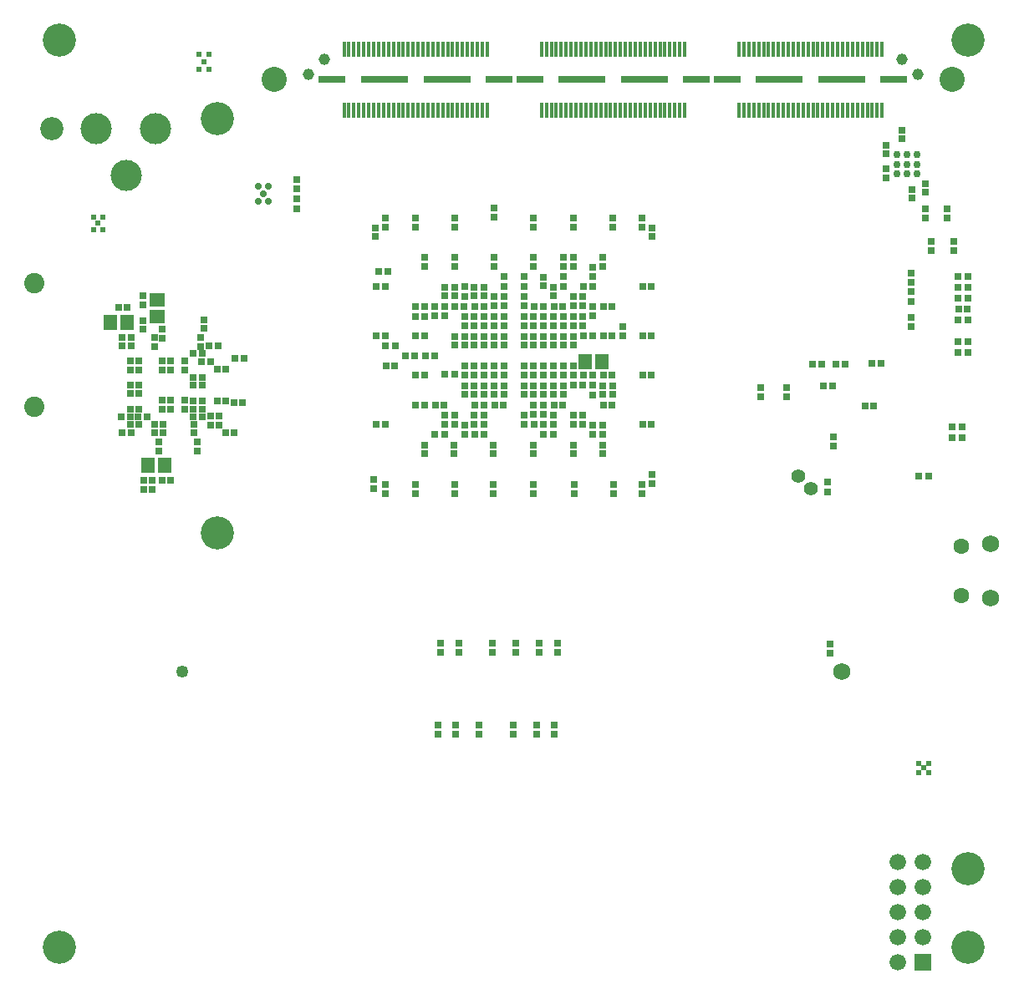
<source format=gbs>
G04 (created by PCBNEW-RS274X (2012-apr-16-27)-stable) date Mon 13 Jan 2014 12:08:28 PM PST*
G01*
G70*
G90*
%MOIN*%
G04 Gerber Fmt 3.4, Leading zero omitted, Abs format*
%FSLAX34Y34*%
G04 APERTURE LIST*
%ADD10C,0.006500*%
%ADD11C,0.132000*%
%ADD12C,0.023700*%
%ADD13C,0.029600*%
%ADD14R,0.030400X0.028400*%
%ADD15R,0.030400X0.030400*%
%ADD16R,0.053200X0.063100*%
%ADD17R,0.063100X0.053200*%
%ADD18R,0.028400X0.030400*%
%ADD19C,0.029000*%
%ADD20C,0.080800*%
%ADD21R,0.017800X0.063100*%
%ADD22R,0.106000X0.031200*%
%ADD23R,0.191000X0.031200*%
%ADD24C,0.046200*%
%ADD25C,0.045400*%
%ADD26C,0.100000*%
%ADD27C,0.069000*%
%ADD28C,0.063100*%
%ADD29C,0.049300*%
%ADD30R,0.066000X0.066000*%
%ADD31C,0.066000*%
%ADD32C,0.124100*%
%ADD33C,0.092600*%
%ADD34C,0.056000*%
G04 APERTURE END LIST*
G54D10*
G54D11*
X39370Y-22047D03*
X33071Y-18898D03*
X69291Y-18898D03*
X39370Y-38583D03*
X33071Y-55118D03*
X69291Y-51968D03*
X69291Y-55118D03*
G54D12*
X67321Y-48150D03*
X67321Y-47756D03*
X67518Y-47953D03*
X67715Y-48150D03*
X67715Y-47756D03*
G54D13*
X67245Y-24252D03*
X66851Y-24252D03*
X66457Y-24252D03*
X67245Y-23858D03*
X66851Y-23858D03*
X66457Y-23858D03*
X67245Y-23464D03*
X66851Y-23464D03*
X66457Y-23464D03*
G54D14*
X36772Y-36464D03*
X36772Y-36842D03*
X36417Y-36842D03*
X36417Y-36464D03*
G54D15*
X35571Y-31102D03*
X35925Y-31102D03*
G54D16*
X54035Y-31732D03*
X54705Y-31732D03*
X35768Y-30157D03*
X35098Y-30157D03*
X37264Y-35866D03*
X36594Y-35866D03*
G54D17*
X36968Y-29271D03*
X36968Y-29941D03*
G54D15*
X62047Y-32776D03*
X62047Y-33130D03*
X61023Y-32776D03*
X61023Y-33130D03*
X69271Y-29646D03*
X68917Y-29646D03*
G54D14*
X42520Y-24835D03*
X42520Y-24457D03*
X42520Y-25244D03*
X42520Y-25622D03*
G54D18*
X65441Y-31811D03*
X65819Y-31811D03*
X68905Y-30945D03*
X69283Y-30945D03*
X68905Y-29213D03*
X69283Y-29213D03*
X68905Y-28779D03*
X69283Y-28779D03*
X68905Y-31378D03*
X69283Y-31378D03*
X68905Y-28346D03*
X69283Y-28346D03*
X69283Y-30079D03*
X68905Y-30079D03*
X68669Y-34764D03*
X69047Y-34764D03*
X67709Y-36299D03*
X67331Y-36299D03*
X68669Y-34331D03*
X69047Y-34331D03*
G54D12*
X34783Y-26456D03*
X34429Y-26456D03*
X34606Y-26220D03*
X34783Y-25984D03*
X34429Y-25984D03*
X38619Y-19468D03*
X39013Y-19468D03*
X38816Y-19763D03*
X38619Y-20058D03*
X39013Y-20058D03*
G54D19*
X41181Y-25039D03*
X41378Y-24744D03*
X40984Y-24744D03*
X40984Y-25334D03*
X41378Y-25334D03*
G54D15*
X54331Y-29901D03*
X54331Y-29547D03*
X50000Y-29114D03*
X50000Y-28760D03*
X52362Y-28720D03*
X52362Y-28366D03*
X63779Y-43012D03*
X63779Y-43366D03*
G54D18*
X53945Y-32283D03*
X54323Y-32283D03*
G54D14*
X54331Y-32685D03*
X54331Y-33063D03*
G54D15*
X52913Y-42973D03*
X52913Y-43327D03*
X52795Y-46240D03*
X52795Y-46594D03*
X52087Y-46240D03*
X52087Y-46594D03*
X51260Y-42973D03*
X51260Y-43327D03*
X51142Y-46240D03*
X51142Y-46594D03*
X50315Y-42973D03*
X50315Y-43327D03*
X49803Y-46240D03*
X49803Y-46594D03*
X48976Y-42973D03*
X48976Y-43327D03*
X48858Y-46240D03*
X48858Y-46594D03*
X48268Y-42973D03*
X48268Y-43327D03*
X48150Y-46240D03*
X48150Y-46594D03*
X52205Y-42973D03*
X52205Y-43327D03*
X47264Y-30709D03*
X47618Y-30709D03*
X45689Y-30709D03*
X46043Y-30709D03*
X48425Y-29547D03*
X48425Y-29901D03*
X47264Y-29527D03*
X47618Y-29527D03*
X45689Y-28740D03*
X46043Y-28740D03*
X45669Y-26398D03*
X45669Y-26752D03*
G54D18*
X48417Y-34646D03*
X48039Y-34646D03*
X45795Y-28150D03*
X46173Y-28150D03*
X47236Y-31496D03*
X46858Y-31496D03*
X47252Y-29921D03*
X47630Y-29921D03*
G54D14*
X48031Y-29535D03*
X48031Y-29913D03*
G54D18*
X46449Y-31102D03*
X46071Y-31102D03*
X48024Y-31496D03*
X47646Y-31496D03*
X48433Y-32244D03*
X48811Y-32244D03*
G54D14*
X63701Y-36543D03*
X63701Y-36921D03*
G54D15*
X45689Y-34252D03*
X46043Y-34252D03*
X47264Y-33465D03*
X47618Y-33465D03*
X48051Y-33465D03*
X48405Y-33465D03*
X47264Y-32283D03*
X47618Y-32283D03*
X46083Y-31890D03*
X46437Y-31890D03*
X45590Y-36437D03*
X45590Y-36791D03*
X49626Y-34646D03*
X49980Y-34646D03*
X50000Y-34232D03*
X50000Y-33878D03*
X52362Y-33838D03*
X52362Y-33484D03*
X55118Y-33051D03*
X55118Y-32697D03*
X54724Y-32697D03*
X54724Y-33051D03*
X51575Y-33878D03*
X51575Y-34232D03*
X52362Y-32264D03*
X52362Y-31910D03*
X53150Y-32264D03*
X53150Y-31910D03*
X49212Y-32697D03*
X49212Y-33051D03*
X50000Y-32697D03*
X50000Y-33051D03*
X50787Y-32697D03*
X50787Y-33051D03*
X51968Y-32697D03*
X51968Y-33051D03*
X52756Y-32697D03*
X52756Y-33051D03*
X49606Y-33051D03*
X49606Y-32697D03*
X52362Y-33051D03*
X52362Y-32697D03*
X53150Y-33051D03*
X53150Y-32697D03*
X50394Y-33051D03*
X50394Y-32697D03*
X49980Y-33465D03*
X49626Y-33465D03*
X50767Y-33465D03*
X50413Y-33465D03*
X52776Y-33465D03*
X53130Y-33465D03*
X48425Y-33878D03*
X48425Y-34232D03*
X53937Y-29154D03*
X53937Y-29508D03*
X48425Y-29114D03*
X48425Y-28760D03*
X53937Y-33878D03*
X53937Y-34232D03*
X48819Y-33878D03*
X48819Y-34232D03*
X53543Y-29154D03*
X53543Y-29508D03*
X48819Y-29114D03*
X48819Y-28760D03*
X53543Y-33878D03*
X53543Y-34232D03*
X51575Y-33051D03*
X51575Y-32697D03*
G54D20*
X32067Y-33544D03*
X32067Y-28603D03*
G54D15*
X55098Y-29527D03*
X54744Y-29527D03*
X56673Y-28740D03*
X56319Y-28740D03*
X56693Y-26398D03*
X56693Y-26752D03*
X53917Y-29921D03*
X53563Y-29921D03*
X55098Y-30709D03*
X54744Y-30709D03*
X56673Y-30709D03*
X56319Y-30709D03*
X51575Y-32264D03*
X51575Y-31910D03*
X50394Y-32264D03*
X50394Y-31910D03*
X49606Y-32264D03*
X49606Y-31910D03*
X53543Y-31910D03*
X53543Y-32264D03*
X52756Y-31910D03*
X52756Y-32264D03*
X51968Y-31910D03*
X51968Y-32264D03*
X50787Y-31910D03*
X50787Y-32264D03*
X50000Y-31910D03*
X50000Y-32264D03*
X66653Y-22854D03*
X66653Y-22500D03*
X67047Y-24862D03*
X67047Y-25216D03*
X66024Y-24036D03*
X66024Y-24390D03*
X66024Y-23445D03*
X66024Y-23091D03*
X67598Y-24626D03*
X67598Y-24980D03*
G54D14*
X67598Y-25638D03*
X67598Y-26016D03*
X68464Y-25638D03*
X68464Y-26016D03*
G54D21*
X65866Y-19255D03*
X65866Y-21689D03*
X65669Y-19255D03*
X65669Y-21689D03*
X65473Y-19255D03*
X65473Y-21689D03*
X65276Y-19255D03*
X65276Y-21689D03*
X65079Y-19255D03*
X65079Y-21689D03*
X64882Y-19255D03*
X64882Y-21689D03*
X64685Y-19255D03*
X64685Y-21689D03*
X64488Y-19255D03*
X64488Y-21689D03*
X64292Y-19255D03*
X64292Y-21689D03*
X64095Y-19255D03*
X64095Y-21689D03*
X63898Y-19255D03*
X63898Y-21689D03*
X63701Y-19255D03*
X63701Y-21689D03*
X63504Y-19255D03*
X63504Y-21689D03*
X63307Y-19255D03*
X63307Y-21689D03*
X63110Y-19255D03*
X63110Y-21689D03*
X62914Y-19255D03*
X62914Y-21689D03*
X62717Y-19255D03*
X62717Y-21689D03*
X62520Y-19255D03*
X62520Y-21689D03*
X62323Y-19255D03*
X62323Y-21689D03*
X62126Y-19255D03*
X62126Y-21689D03*
X61929Y-19255D03*
X61929Y-21689D03*
X61732Y-19255D03*
X61732Y-21689D03*
X61536Y-19255D03*
X61536Y-21689D03*
X61339Y-19255D03*
X61339Y-21689D03*
X61142Y-19255D03*
X61142Y-21689D03*
X60945Y-19255D03*
X60945Y-21689D03*
X60748Y-19255D03*
X60748Y-21689D03*
X60551Y-19255D03*
X60551Y-21689D03*
X60355Y-19255D03*
X60355Y-21689D03*
X60158Y-19255D03*
X60158Y-21689D03*
G54D22*
X66337Y-20472D03*
G54D23*
X64262Y-20472D03*
X61762Y-20472D03*
G54D22*
X59687Y-20472D03*
G54D21*
X57992Y-19255D03*
X57992Y-21689D03*
X57795Y-19255D03*
X57795Y-21689D03*
X57599Y-19255D03*
X57599Y-21689D03*
X57402Y-19255D03*
X57402Y-21689D03*
X57205Y-19255D03*
X57205Y-21689D03*
X57008Y-19255D03*
X57008Y-21689D03*
X56811Y-19255D03*
X56811Y-21689D03*
X56614Y-19255D03*
X56614Y-21689D03*
X56418Y-19255D03*
X56418Y-21689D03*
X56221Y-19255D03*
X56221Y-21689D03*
X56024Y-19255D03*
X56024Y-21689D03*
X55827Y-19255D03*
X55827Y-21689D03*
X55630Y-19255D03*
X55630Y-21689D03*
X55433Y-19255D03*
X55433Y-21689D03*
X55236Y-19255D03*
X55236Y-21689D03*
X55040Y-19255D03*
X55040Y-21689D03*
X54843Y-19255D03*
X54843Y-21689D03*
X54646Y-19255D03*
X54646Y-21689D03*
X54449Y-19255D03*
X54449Y-21689D03*
X54252Y-19255D03*
X54252Y-21689D03*
X54055Y-19255D03*
X54055Y-21689D03*
X53858Y-19255D03*
X53858Y-21689D03*
X53662Y-19255D03*
X53662Y-21689D03*
X53465Y-19255D03*
X53465Y-21689D03*
X53268Y-19255D03*
X53268Y-21689D03*
X53071Y-19255D03*
X53071Y-21689D03*
X52874Y-19255D03*
X52874Y-21689D03*
X52677Y-19255D03*
X52677Y-21689D03*
X52481Y-19255D03*
X52481Y-21689D03*
X52284Y-19255D03*
X52284Y-21689D03*
G54D22*
X58463Y-20472D03*
G54D23*
X56388Y-20472D03*
X53888Y-20472D03*
G54D22*
X51813Y-20472D03*
G54D21*
X50118Y-19255D03*
X50118Y-21689D03*
X49921Y-19255D03*
X49921Y-21689D03*
X49725Y-19255D03*
X49725Y-21689D03*
X49528Y-19255D03*
X49528Y-21689D03*
X49331Y-19255D03*
X49331Y-21689D03*
X49134Y-19255D03*
X49134Y-21689D03*
X48937Y-19255D03*
X48937Y-21689D03*
X48740Y-19255D03*
X48740Y-21689D03*
X48544Y-19255D03*
X48544Y-21689D03*
X48347Y-19255D03*
X48347Y-21689D03*
X48150Y-19255D03*
X48150Y-21689D03*
X47953Y-19255D03*
X47953Y-21689D03*
X47756Y-19255D03*
X47756Y-21689D03*
X47559Y-19255D03*
X47559Y-21689D03*
X47362Y-19255D03*
X47362Y-21689D03*
X47166Y-19255D03*
X47166Y-21689D03*
X46969Y-19255D03*
X46969Y-21689D03*
X46772Y-19255D03*
X46772Y-21689D03*
X46575Y-19255D03*
X46575Y-21689D03*
X46378Y-19255D03*
X46378Y-21689D03*
X46181Y-19255D03*
X46181Y-21689D03*
X45984Y-19255D03*
X45984Y-21689D03*
X45788Y-19255D03*
X45788Y-21689D03*
X45591Y-19255D03*
X45591Y-21689D03*
X45394Y-19255D03*
X45394Y-21689D03*
X45197Y-19255D03*
X45197Y-21689D03*
X45000Y-19255D03*
X45000Y-21689D03*
X44803Y-19255D03*
X44803Y-21689D03*
X44607Y-19255D03*
X44607Y-21689D03*
X44410Y-19255D03*
X44410Y-21689D03*
G54D22*
X50589Y-20472D03*
G54D23*
X48514Y-20472D03*
X46014Y-20472D03*
G54D22*
X43939Y-20472D03*
G54D24*
X66650Y-19673D03*
X43626Y-19673D03*
G54D25*
X67282Y-20271D03*
X42994Y-20271D03*
G54D26*
X68654Y-20472D03*
X41622Y-20472D03*
G54D15*
X49606Y-34232D03*
X49606Y-33878D03*
X47638Y-35413D03*
X47638Y-35059D03*
X48779Y-35413D03*
X48779Y-35059D03*
X50354Y-35413D03*
X50354Y-35059D03*
X46063Y-36988D03*
X46063Y-36634D03*
X47244Y-36988D03*
X47244Y-36634D03*
X48819Y-36988D03*
X48819Y-36634D03*
X50354Y-36988D03*
X50354Y-36634D03*
X49212Y-34626D03*
X49212Y-34272D03*
X52756Y-34232D03*
X52756Y-33878D03*
X51968Y-35413D03*
X51968Y-35059D03*
X53543Y-35413D03*
X53543Y-35059D03*
X54724Y-35413D03*
X54724Y-35059D03*
X51968Y-36988D03*
X51968Y-36634D03*
X53583Y-36988D03*
X53583Y-36634D03*
X55157Y-36988D03*
X55157Y-36634D03*
X56299Y-36988D03*
X56299Y-36634D03*
X51968Y-33838D03*
X51968Y-33484D03*
X56673Y-34252D03*
X56319Y-34252D03*
X56693Y-36594D03*
X56693Y-36240D03*
X55098Y-32283D03*
X54744Y-32283D03*
X56673Y-32283D03*
X56319Y-32283D03*
X53917Y-32677D03*
X53563Y-32677D03*
X55098Y-33465D03*
X54744Y-33465D03*
X48839Y-29527D03*
X49193Y-29527D03*
X49626Y-29527D03*
X49980Y-29527D03*
X51968Y-29941D03*
X51968Y-30295D03*
X52342Y-29527D03*
X51988Y-29527D03*
X53130Y-29527D03*
X52776Y-29527D03*
X49212Y-29941D03*
X49212Y-30295D03*
X50000Y-29941D03*
X50000Y-30295D03*
X50787Y-29941D03*
X50787Y-30295D03*
X52756Y-29941D03*
X52756Y-30295D03*
X53543Y-30728D03*
X53543Y-31082D03*
X49606Y-30295D03*
X49606Y-29941D03*
X50394Y-30295D03*
X50394Y-29941D03*
X51575Y-30295D03*
X51575Y-29941D03*
X52362Y-30295D03*
X52362Y-29941D03*
X53150Y-30295D03*
X53150Y-29941D03*
X49212Y-30728D03*
X49212Y-31082D03*
X50000Y-30728D03*
X50000Y-31082D03*
X50787Y-30728D03*
X50787Y-31082D03*
X51968Y-30728D03*
X51968Y-31082D03*
X52756Y-30728D03*
X52756Y-31082D03*
X48819Y-31082D03*
X48819Y-30728D03*
X49606Y-31082D03*
X49606Y-30728D03*
X50394Y-31082D03*
X50394Y-30728D03*
X51575Y-31082D03*
X51575Y-30728D03*
X52362Y-31082D03*
X52362Y-30728D03*
X53150Y-31082D03*
X53150Y-30728D03*
X49212Y-31910D03*
X49212Y-32264D03*
G54D14*
X54724Y-34260D03*
X54724Y-34638D03*
X54331Y-34260D03*
X54331Y-34638D03*
G54D18*
X52748Y-34646D03*
X52370Y-34646D03*
X52354Y-34252D03*
X51976Y-34252D03*
G54D14*
X53150Y-27945D03*
X53150Y-27567D03*
X53150Y-28354D03*
X53150Y-28732D03*
G54D15*
X51968Y-26004D03*
X51968Y-26358D03*
X51575Y-29154D03*
X51575Y-29508D03*
X52756Y-28760D03*
X52756Y-29114D03*
X54724Y-27579D03*
X54724Y-27933D03*
X53543Y-27579D03*
X53543Y-27933D03*
X51968Y-27579D03*
X51968Y-27933D03*
X56299Y-26004D03*
X56299Y-26358D03*
X55118Y-26004D03*
X55118Y-26358D03*
X53543Y-26004D03*
X53543Y-26358D03*
X46063Y-26004D03*
X46063Y-26358D03*
X50394Y-29154D03*
X50394Y-29508D03*
X49606Y-28760D03*
X49606Y-29114D03*
X50394Y-27579D03*
X50394Y-27933D03*
X48819Y-27579D03*
X48819Y-27933D03*
X47638Y-27579D03*
X47638Y-27933D03*
X50394Y-25964D03*
X50394Y-25610D03*
X48819Y-26004D03*
X48819Y-26358D03*
X47244Y-26004D03*
X47244Y-26358D03*
X36378Y-30452D03*
X36378Y-30098D03*
X38701Y-30768D03*
X38701Y-31122D03*
X37165Y-30453D03*
X37165Y-30807D03*
X39704Y-33307D03*
X39350Y-33307D03*
X39704Y-32047D03*
X39350Y-32047D03*
X36850Y-34232D03*
X36850Y-34586D03*
X38819Y-30413D03*
X38819Y-30059D03*
X40020Y-33386D03*
X40374Y-33386D03*
X36240Y-33622D03*
X35886Y-33622D03*
X38543Y-34941D03*
X38543Y-35295D03*
X38425Y-34586D03*
X38425Y-34232D03*
X39094Y-34271D03*
X39094Y-33917D03*
X37205Y-34232D03*
X37205Y-34586D03*
X35571Y-30787D03*
X35925Y-30787D03*
X35925Y-34567D03*
X35571Y-34567D03*
X36555Y-33937D03*
X36201Y-33937D03*
X36240Y-34252D03*
X35886Y-34252D03*
X35905Y-31713D03*
X35905Y-32067D03*
X35886Y-32677D03*
X36240Y-32677D03*
X35886Y-32992D03*
X36240Y-32992D03*
X35886Y-33937D03*
X35532Y-33937D03*
X38760Y-33307D03*
X38406Y-33307D03*
X39389Y-31102D03*
X39035Y-31102D03*
X37480Y-33641D03*
X37480Y-33287D03*
X37165Y-31713D03*
X37165Y-32067D03*
X38071Y-31713D03*
X38071Y-32067D03*
X37165Y-33641D03*
X37165Y-33287D03*
X39409Y-34271D03*
X39409Y-33917D03*
X38760Y-32362D03*
X38406Y-32362D03*
X38406Y-31417D03*
X38760Y-31417D03*
X38760Y-32677D03*
X38406Y-32677D03*
X38760Y-33622D03*
X38406Y-33622D03*
X39685Y-34586D03*
X40039Y-34586D03*
X38760Y-33937D03*
X38406Y-33937D03*
X38071Y-33641D03*
X38071Y-33287D03*
X39075Y-31732D03*
X38721Y-31732D03*
X37480Y-31713D03*
X37480Y-32067D03*
X37008Y-34941D03*
X37008Y-35295D03*
X36850Y-30768D03*
X36850Y-31122D03*
X36220Y-31713D03*
X36220Y-32067D03*
X40059Y-31614D03*
X40413Y-31614D03*
X35767Y-29587D03*
X35413Y-29587D03*
X37146Y-36457D03*
X37500Y-36457D03*
X36378Y-29114D03*
X36378Y-29468D03*
G54D14*
X51575Y-28354D03*
X51575Y-28732D03*
X67008Y-29323D03*
X67008Y-28945D03*
X67008Y-29968D03*
X67008Y-30346D03*
G54D18*
X63457Y-31850D03*
X63079Y-31850D03*
X64023Y-31850D03*
X64401Y-31850D03*
X63512Y-32716D03*
X63890Y-32716D03*
G54D14*
X49212Y-28748D03*
X49212Y-29126D03*
X50787Y-28354D03*
X50787Y-28732D03*
G54D18*
X54323Y-30709D03*
X53945Y-30709D03*
G54D14*
X55512Y-30323D03*
X55512Y-30701D03*
G54D18*
X53945Y-28740D03*
X54323Y-28740D03*
G54D14*
X67008Y-28575D03*
X67008Y-28197D03*
X68740Y-27315D03*
X68740Y-26937D03*
X67835Y-27315D03*
X67835Y-26937D03*
G54D15*
X63937Y-35098D03*
X63937Y-34744D03*
X65177Y-33504D03*
X65531Y-33504D03*
X54331Y-28327D03*
X54331Y-27973D03*
X50787Y-29154D03*
X50787Y-29508D03*
X53917Y-30315D03*
X53563Y-30315D03*
G54D27*
X70197Y-41161D03*
X70197Y-38995D03*
G54D28*
X69027Y-41057D03*
X69027Y-39099D03*
G54D27*
X64272Y-44094D03*
G54D29*
X37972Y-44094D03*
G54D30*
X67481Y-55696D03*
G54D31*
X66481Y-55696D03*
X67481Y-54696D03*
X66481Y-54696D03*
X67481Y-53696D03*
X66481Y-53696D03*
X67481Y-52696D03*
X66481Y-52696D03*
X67481Y-51696D03*
X66481Y-51696D03*
G54D32*
X36890Y-22441D03*
X34528Y-22441D03*
X35709Y-24291D03*
G54D33*
X32756Y-22441D03*
G54D34*
X63031Y-36811D03*
X62520Y-36299D03*
M02*

</source>
